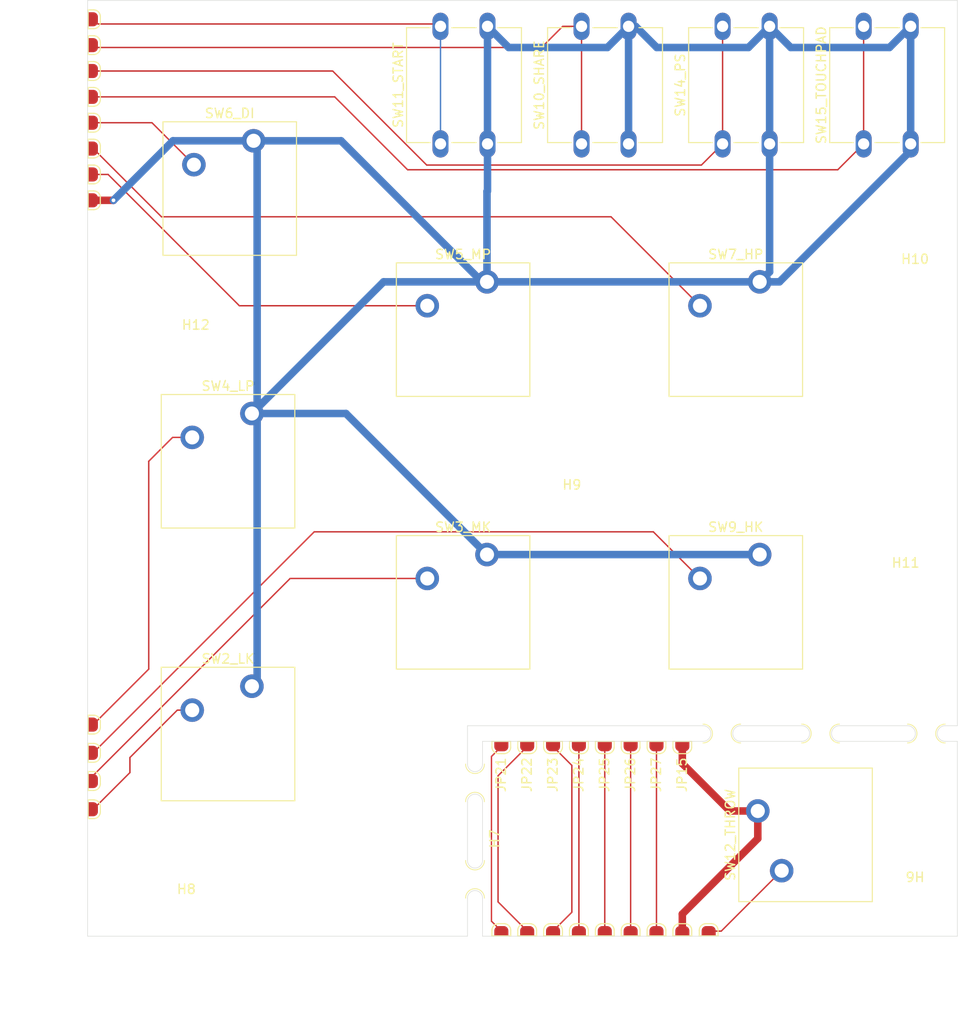
<source format=kicad_pcb>
(kicad_pcb (version 20240108) (generator "pcbnew") (generator_version "8.0")
  (layers (0 "F.Cu" signal) (31 "B.Cu" signal) (34 "B.Paste" user) (35 "F.Paste" user) (36 "B.SilkS" user "B.Silkscreen") (37 "F.SilkS" user "F.Silkscreen") (38 "B.Mask" user) (39 "F.Mask" user) (44 "Edge.Cuts" user))
  (net 0 "")
  (net 1 "GND")
  (net 2 "/Buttons/S2")
  (net 3 "/Buttons/S1")
  (net 4 "/Buttons/A1")
  (net 5 "/Buttons/A2")
  (net 6 "/Buttons/L1")
  (net 7 "/Buttons/R1")
  (net 8 "/Buttons/B4")
  (net 9 "/Buttons/B3")
  (net 10 "/Buttons/R2")
  (net 11 "/Buttons/B2")
  (net 12 "/Buttons/B1")
  (net 13 "/Buttons/L3")
  (net 14 "Net-(JP2-B)")
  (net 15 "Net-(JP22-A)")
  (net 16 "Net-(JP23-A)")
  (net 17 "Net-(JP24-A)")
  (net 18 "Net-(JP25-A)")
  (net 19 "Net-(JP26-A)")
  (net 20 "Net-(JP27-A)")
  (footprint "Fightstick_Library:mouse-bite-2mm-slot" (layer "F.Cu") (at 180.5 117.75)
    (property "Reference" "mouse-bite-2mm-slot" (hide yes))
    (property "Value" "VAL**" (hide yes))
    (pad "" np_thru_hole circle (at -0.75 -0.75) (size 0.5 0.5) (drill 0.5) (layers "F&B.Cu" "*.Mask"))
    (pad "" np_thru_hole circle (at -0.75 0.75) (size 0.5 0.5) (drill 0.5) (layers "F&B.Cu" "*.Mask"))
    (pad "" np_thru_hole circle (at 0 -0.75) (size 0.5 0.5) (drill 0.5) (layers "F&B.Cu" "*.Mask"))
    (pad "" np_thru_hole circle (at 0 0.75) (size 0.5 0.5) (drill 0.5) (layers "F&B.Cu" "*.Mask"))
    (pad "" np_thru_hole circle (at 0.75 -0.75) (size 0.5 0.5) (drill 0.5) (layers "F&B.Cu" "*.Mask"))
    (pad "" np_thru_hole circle (at 0.75 0.75) (size 0.5 0.5) (drill 0.5) (layers "F&B.Cu" "*.Mask"))
  )
  (footprint "PCM_Switch_Keyboard_Cherry_MX:SW_Cherry_MX_PCB" (layer "F.Cu") (at 117.483943 117.8)
    (property "Reference" "SW2_LK" (at 0 -8 0) (layer "F.SilkS"))
    (property "Value" "SW_Push")
    (pad "" np_thru_hole circle (at -5.08 0) (size 1.75 1.75) (drill 1.75) (layers "F&B.Cu" "*.Mask"))
    (pad "" np_thru_hole circle (at 0 0) (size 4 4) (drill 4) (layers "F&B.Cu" "*.Mask"))
    (pad "" np_thru_hole circle (at 5.08 0) (size 1.75 1.75) (drill 1.75) (layers "F&B.Cu" "*.Mask"))
    (pad "1" thru_hole circle (at -3.81 -2.54) (size 2.5 2.5) (drill 1.5) (layers "*.Cu" "*.Mask") (net 12 "/Buttons/B1"))
    (pad "2" thru_hole circle (at 2.54 -5.08) (size 2.5 2.5) (drill 1.5) (layers "*.Cu" "*.Mask") (net 1 "GND"))
  )
  (footprint "Fightstick_Library:EdgeSolderJumper-2_Right_Half" (layer "F.Cu") (at 102.5 44.55)
    (property "Reference" "JP22" (hide yes))
    (property "Value" "SolderJumper_2_Bridged")
    (pad "2" smd custom (at 0.65 0) (size 1 0.5) (layers "F.Cu" "F.Mask") (net 3 "/Buttons/S1") (options (clearance outline) (anchor rect)) (primitives (gr_circle (center 0 0.25) (end 0.5 0.25) (width 0) (fill yes)) (gr_circle (center 0 -0.25) (end 0.5 -0.25) (width 0) (fill yes)) (gr_poly (pts (xy 0 0.75) (xy -0.5 0.75) (xy -0.5 -0.75) (xy 0 -0.75)) (width 0) (fill yes))))
  )
  (footprint "Fightstick_Library:EdgeSolderJumper-2_Right_Half" (layer "F.Cu") (at 102.5 122.8)
    (property "Reference" "JP19" (hide yes))
    (property "Value" "SolderJumper_2_Bridged")
    (pad "2" smd custom (at 0.65 0) (size 1 0.5) (layers "F.Cu" "F.Mask") (net 11 "/Buttons/B2") (options (clearance outline) (anchor rect)) (primitives (gr_circle (center 0 0.25) (end 0.5 0.25) (width 0) (fill yes)) (gr_circle (center 0 -0.25) (end 0.5 -0.25) (width 0) (fill yes)) (gr_poly (pts (xy 0 0.75) (xy -0.5 0.75) (xy -0.5 -0.75) (xy 0 -0.75)) (width 0) (fill yes))))
  )
  (footprint "Fightstick_Library:EdgeSolderJumper-2_Right_Half" (layer "F.Cu") (at 102.5 52.8)
    (property "Reference" "JP25" (hide yes))
    (property "Value" "SolderJumper_2_Bridged")
    (pad "2" smd custom (at 0.65 0) (size 1 0.5) (layers "F.Cu" "F.Mask") (net 6 "/Buttons/L1") (options (clearance outline) (anchor rect)) (primitives (gr_circle (center 0 0.25) (end 0.5 0.25) (width 0) (fill yes)) (gr_circle (center 0 -0.25) (end 0.5 -0.25) (width 0) (fill yes)) (gr_poly (pts (xy 0 0.75) (xy -0.5 0.75) (xy -0.5 -0.75) (xy 0 -0.75)) (width 0) (fill yes))))
  )
  (footprint "Fightstick_Library:EdgeSolderJumper-2_Left_Half" (layer "F.Cu") (at 154.8 118.49 90)
    (property "Reference" "JP24" (at -3.65 -0.03 90) (layer "F.SilkS"))
    (property "Value" "SolderJumper_2_Bridged")
    (pad "1" smd custom (at -0.65 0 90) (size 1 0.5) (layers "F.Cu" "F.Mask") (net 17 "Net-(JP24-A)") (options (clearance outline) (anchor rect)) (primitives (gr_circle (center 0 0.25) (end 0.5 0.25) (width 0) (fill yes)) (gr_circle (center 0 -0.25) (end 0.5 -0.25) (width 0) (fill yes)) (gr_poly (pts (xy 0.5 0.75) (xy 0 0.75) (xy 0 -0.75) (xy 0.5 -0.75)) (width 0) (fill yes))))
  )
  (footprint "Fightstick_Library:mouse-bite-2mm-slot" (layer "F.Cu") (at 170 117.75)
    (property "Reference" "mouse-bite-2mm-slot" (hide yes))
    (property "Value" "VAL**" (hide yes))
    (pad "" np_thru_hole circle (at -0.75 -0.75) (size 0.5 0.5) (drill 0.5) (layers "F&B.Cu" "*.Mask"))
    (pad "" np_thru_hole circle (at -0.75 0.75) (size 0.5 0.5) (drill 0.5) (layers "F&B.Cu" "*.Mask"))
    (pad "" np_thru_hole circle (at 0 -0.75) (size 0.5 0.5) (drill 0.5) (layers "F&B.Cu" "*.Mask"))
    (pad "" np_thru_hole circle (at 0 0.75) (size 0.5 0.5) (drill 0.5) (layers "F&B.Cu" "*.Mask"))
    (pad "" np_thru_hole circle (at 0.75 -0.75) (size 0.5 0.5) (drill 0.5) (layers "F&B.Cu" "*.Mask"))
    (pad "" np_thru_hole circle (at 0.75 0.75) (size 0.5 0.5) (drill 0.5) (layers "F&B.Cu" "*.Mask"))
  )
  (footprint "MountingHole:MountingHole_3.2mm_M3" (layer "F.Cu") (at 150.05 128.94 90)
    (property "Reference" "H7" (at 0 -4.2 90) (layer "F.SilkS"))
    (property "Value" "MountingHole")
    (pad "" np_thru_hole circle (at 0 0 90) (size 3.2 3.2) (drill 3.2) (layers "F&B.Cu" "*.Mask"))
  )
  (footprint "Fightstick_Library:EdgeSolderJumper-2_Right_Half" (layer "F.Cu") (at 102.5 58.3)
    (property "Reference" "JP27" (hide yes))
    (property "Value" "SolderJumper_2_Bridged")
    (pad "2" smd custom (at 0.65 0) (size 1 0.5) (layers "F.Cu" "F.Mask") (net 8 "/Buttons/B4") (options (clearance outline) (anchor rect)) (primitives (gr_circle (center 0 0.25) (end 0.5 0.25) (width 0) (fill yes)) (gr_circle (center 0 -0.25) (end 0.5 -0.25) (width 0) (fill yes)) (gr_poly (pts (xy 0 0.75) (xy -0.5 0.75) (xy -0.5 -0.75) (xy 0 -0.75)) (width 0) (fill yes))))
  )
  (footprint "Fightstick_Library:EdgeSolderJumper-2_Right_Half" (layer "F.Cu") (at 102.5 47.3)
    (property "Reference" "JP23" (hide yes))
    (property "Value" "SolderJumper_2_Bridged")
    (pad "2" smd custom (at 0.65 0) (size 1 0.5) (layers "F.Cu" "F.Mask") (net 4 "/Buttons/A1") (options (clearance outline) (anchor rect)) (primitives (gr_circle (center 0 0.25) (end 0.5 0.25) (width 0) (fill yes)) (gr_circle (center 0 -0.25) (end 0.5 -0.25) (width 0) (fill yes)) (gr_poly (pts (xy 0 0.75) (xy -0.5 0.75) (xy -0.5 -0.75) (xy 0 -0.75)) (width 0) (fill yes))))
  )
  (footprint "Fightstick_Library:EdgeSolderJumper-2_Left_Half" (layer "F.Cu") (at 163.05 118.49 90)
    (property "Reference" "JP27" (at -3.65 -0.03 90) (layer "F.SilkS"))
    (property "Value" "SolderJumper_2_Bridged")
    (pad "1" smd custom (at -0.65 0 90) (size 1 0.5) (layers "F.Cu" "F.Mask") (net 20 "Net-(JP27-A)") (options (clearance outline) (anchor rect)) (primitives (gr_circle (center 0 0.25) (end 0.5 0.25) (width 0) (fill yes)) (gr_circle (center 0 -0.25) (end 0.5 -0.25) (width 0) (fill yes)) (gr_poly (pts (xy 0.5 0.75) (xy 0 0.75) (xy 0 -0.75) (xy 0.5 -0.75)) (width 0) (fill yes))))
  )
  (footprint "Fightstick_Library:EdgeSolderJumper-2_Right_Half" (layer "F.Cu") (at 149.3 139.37 90)
    (property "Reference" "JP3" (hide yes))
    (property "Value" "SolderJumper_2_Bridged")
    (pad "2" smd custom (at 0.65 0 90) (size 1 0.5) (layers "F.Cu" "F.Mask") (net 15 "Net-(JP22-A)") (options (clearance outline) (anchor rect)) (primitives (gr_circle (center 0 0.25) (end 0.5 0.25) (width 0) (fill yes)) (gr_circle (center 0 -0.25) (end 0.5 -0.25) (width 0) (fill yes)) (gr_poly (pts (xy 0 0.75) (xy -0.5 0.75) (xy -0.5 -0.75) (xy 0 -0.75)) (width 0) (fill yes))))
  )
  (footprint "Fightstick_Library:EdgeSolderJumper-2_Right_Half" (layer "F.Cu") (at 152.05 139.37 90)
    (property "Reference" "JP4" (hide yes))
    (property "Value" "SolderJumper_2_Bridged")
    (pad "2" smd custom (at 0.65 0 90) (size 1 0.5) (layers "F.Cu" "F.Mask") (net 16 "Net-(JP23-A)") (options (clearance outline) (anchor rect)) (primitives (gr_circle (center 0 0.25) (end 0.5 0.25) (width 0) (fill yes)) (gr_circle (center 0 -0.25) (end 0.5 -0.25) (width 0) (fill yes)) (gr_poly (pts (xy 0 0.75) (xy -0.5 0.75) (xy -0.5 -0.75) (xy 0 -0.75)) (width 0) (fill yes))))
  )
  (footprint "Fightstick_Library:EdgeSolderJumper-2_Right_Half" (layer "F.Cu") (at 168.6 139.37 90)
    (property "Reference" "JP9" (hide yes))
    (property "Value" "SolderJumper_2_Bridged")
    (pad "2" smd custom (at 0.65 0 90) (size 1 0.5) (layers "F.Cu" "F.Mask") (net 13 "/Buttons/L3") (options (clearance outline) (anchor rect)) (primitives (gr_circle (center 0 0.25) (end 0.5 0.25) (width 0) (fill yes)) (gr_circle (center 0 -0.25) (end 0.5 -0.25) (width 0) (fill yes)) (gr_poly (pts (xy 0 0.75) (xy -0.5 0.75) (xy -0.5 -0.75) (xy 0 -0.75)) (width 0) (fill yes))))
  )
  (footprint "Fightstick_Library:EdgeSolderJumper-2_Left_Half" (layer "F.Cu") (at 149.3 118.49 90)
    (property "Reference" "JP22" (at -3.65 -0.03 90) (layer "F.SilkS"))
    (property "Value" "SolderJumper_2_Bridged")
    (pad "1" smd custom (at -0.65 0 90) (size 1 0.5) (layers "F.Cu" "F.Mask") (net 15 "Net-(JP22-A)") (options (clearance outline) (anchor rect)) (primitives (gr_circle (center 0 0.25) (end 0.5 0.25) (width 0) (fill yes)) (gr_circle (center 0 -0.25) (end 0.5 -0.25) (width 0) (fill yes)) (gr_poly (pts (xy 0.5 0.75) (xy 0 0.75) (xy 0 -0.75) (xy 0.5 -0.75)) (width 0) (fill yes))))
  )
  (footprint "Fightstick_Library:EdgeSolderJumper-2_Right_Half" (layer "F.Cu") (at 160.3 139.37 90)
    (property "Reference" "JP7" (hide yes))
    (property "Value" "SolderJumper_2_Bridged")
    (pad "2" smd custom (at 0.65 0 90) (size 1 0.5) (layers "F.Cu" "F.Mask") (net 19 "Net-(JP26-A)") (options (clearance outline) (anchor rect)) (primitives (gr_circle (center 0 0.25) (end 0.5 0.25) (width 0) (fill yes)) (gr_circle (center 0 -0.25) (end 0.5 -0.25) (width 0) (fill yes)) (gr_poly (pts (xy 0 0.75) (xy -0.5 0.75) (xy -0.5 -0.75) (xy 0 -0.75)) (width 0) (fill yes))))
  )
  (footprint "Fightstick_Library:EdgeSolderJumper-2_Left_Half" (layer "F.Cu") (at 157.55 118.49 90)
    (property "Reference" "JP25" (at -3.65 -0.03 90) (layer "F.SilkS"))
    (property "Value" "SolderJumper_2_Bridged")
    (pad "1" smd custom (at -0.65 0 90) (size 1 0.5) (layers "F.Cu" "F.Mask") (net 18 "Net-(JP25-A)") (options (clearance outline) (anchor rect)) (primitives (gr_circle (center 0 0.25) (end 0.5 0.25) (width 0) (fill yes)) (gr_circle (center 0 -0.25) (end 0.5 -0.25) (width 0) (fill yes)) (gr_poly (pts (xy 0.5 0.75) (xy 0 0.75) (xy 0 -0.75) (xy 0.5 -0.75)) (width 0) (fill yes))))
  )
  (footprint "MountingHole:MountingHole_3.2mm_M3" (layer "F.Cu") (at 118.05 134.3)
    (property "Reference" "H8" (at -5 0 0) (layer "F.SilkS"))
    (property "Value" "MountingHole")
    (pad "" np_thru_hole circle (at 0 0) (size 3.2 3.2) (drill 3.2) (layers "F&B.Cu" "*.Mask"))
  )
  (footprint "Fightstick_Library:EdgeSolderJumper-2_Right_Half" (layer "F.Cu") (at 102.5 41.8)
    (property "Reference" "JP21" (hide yes))
    (property "Value" "SolderJumper_2_Bridged")
    (pad "2" smd custom (at 0.65 0) (size 1 0.5) (layers "F.Cu" "F.Mask") (net 2 "/Buttons/S2") (options (clearance outline) (anchor rect)) (primitives (gr_circle (center 0 0.25) (end 0.5 0.25) (width 0) (fill yes)) (gr_circle (center 0 -0.25) (end 0.5 -0.25) (width 0) (fill yes)) (gr_poly (pts (xy 0 0.75) (xy -0.5 0.75) (xy -0.5 -0.75) (xy 0 -0.75)) (width 0) (fill yes))))
  )
  (footprint "PCM_Switch_Keyboard_Cherry_MX:SW_Cherry_MX_PCB" (layer "F.Cu") (at 142.483943 103.8)
    (property "Reference" "SW3_MK" (at 0 -8 0) (layer "F.SilkS"))
    (property "Value" "SW_Push")
    (pad "" np_thru_hole circle (at -5.08 0) (size 1.75 1.75) (drill 1.75) (layers "F&B.Cu" "*.Mask"))
    (pad "" np_thru_hole circle (at 0 0) (size 4 4) (drill 4) (layers "F&B.Cu" "*.Mask"))
    (pad "" np_thru_hole circle (at 5.08 0) (size 1.75 1.75) (drill 1.75) (layers "F&B.Cu" "*.Mask"))
    (pad "1" thru_hole circle (at -3.81 -2.54) (size 2.5 2.5) (drill 1.5) (layers "*.Cu" "*.Mask") (net 11 "/Buttons/B2"))
    (pad "2" thru_hole circle (at 2.54 -5.08) (size 2.5 2.5) (drill 1.5) (layers "*.Cu" "*.Mask") (net 1 "GND"))
  )
  (footprint "Fightstick_Library:EdgeSolderJumper-2_Right_Half" (layer "F.Cu") (at 102.5 61.05)
    (property "Reference" "JP15" (hide yes))
    (property "Value" "SolderJumper_2_Bridged")
    (pad "2" smd custom (at 0.65 0) (size 1 0.5) (layers "F.Cu" "F.Mask") (net 1 "GND") (options (clearance outline) (anchor rect)) (primitives (gr_circle (center 0 0.25) (end 0.5 0.25) (width 0) (fill yes)) (gr_circle (center 0 -0.25) (end 0.5 -0.25) (width 0) (fill yes)) (gr_poly (pts (xy 0 0.75) (xy -0.5 0.75) (xy -0.5 -0.75) (xy 0 -0.75)) (width 0) (fill yes))))
  )
  (footprint "Fightstick_Library:EdgeSolderJumper-2_Right_Half" (layer "F.Cu") (at 146.55 139.37 90)
    (property "Reference" "JP2" (hide yes))
    (property "Value" "SolderJumper_2_Bridged")
    (pad "2" smd custom (at 0.65 0 90) (size 1 0.5) (layers "F.Cu" "F.Mask") (net 14 "Net-(JP2-B)") (options (clearance outline) (anchor rect)) (primitives (gr_circle (center 0 0.25) (end 0.5 0.25) (width 0) (fill yes)) (gr_circle (center 0 -0.25) (end 0.5 -0.25) (width 0) (fill yes)) (gr_poly (pts (xy 0 0.75) (xy -0.5 0.75) (xy -0.5 -0.75) (xy 0 -0.75)) (width 0) (fill yes))))
  )
  (footprint "MountingHole:MountingHole_3.2mm_M3" (layer "F.Cu") (at 109.05 74.3)
    (property "Reference" "H12" (at 5 0 0) (layer "F.SilkS"))
    (property "Value" "MountingHole")
    (pad "" np_thru_hole circle (at 0 0) (size 3.2 3.2) (drill 3.2) (layers "F&B.Cu" "*.Mask"))
  )
  (footprint "MountingHole:MountingHole_3.2mm_M3" (layer "F.Cu") (at 154.05 86.8)
    (property "Reference" "H9" (at 0 4.5 0) (layer "F.SilkS"))
    (property "Value" "MountingHole")
    (pad "" np_thru_hole circle (at 0 0) (size 3.2 3.2) (drill 3.2) (layers "F&B.Cu" "*.Mask"))
  )
  (footprint "Fightstick_Library:SW_SPST_6x12" (layer "F.Cu") (at 170.08 55.05 90)
    (property "Reference" "SW14_PS" (at 6.25 -4.5 270) (layer "F.SilkS"))
    (property "Value" "SW_Push")
    (pad "1" thru_hole oval (at 0 0 90) (size 2.9 1.7) (drill 1.2) (layers "*.Cu" "*.Mask") (net 4 "/Buttons/A1"))
    (pad "1" thru_hole oval (at 12.5 0 90) (size 2.9 1.7) (drill 1.2) (layers "*.Cu" "*.Mask") (net 4 "/Buttons/A1"))
    (pad "2" thru_hole oval (at 0 5 90) (size 2.9 1.7) (drill 1.2) (layers "*.Cu" "*.Mask") (net 1 "GND"))
    (pad "2" thru_hole oval (at 12.5 5 90) (size 2.9 1.7) (drill 1.2) (layers "*.Cu" "*.Mask") (net 1 "GND"))
  )
  (footprint "Fightstick_Library:EdgeSolderJumper-2_Right_Half" (layer "F.Cu") (at 102.5 125.8)
    (property "Reference" "JP20" (hide yes))
    (property "Value" "SolderJumper_2_Bridged")
    (pad "2" smd custom (at 0.65 0) (size 1 0.5) (layers "F.Cu" "F.Mask") (net 12 "/Buttons/B1") (options (clearance outline) (anchor rect)) (primitives (gr_circle (center 0 0.25) (end 0.5 0.25) (width 0) (fill yes)) (gr_circle (center 0 -0.25) (end 0.5 -0.25) (width 0) (fill yes)) (gr_poly (pts (xy 0 0.75) (xy -0.5 0.75) (xy -0.5 -0.75) (xy 0 -0.75)) (width 0) (fill yes))))
  )
  (footprint "Fightstick_Library:mouse-bite-2mm-slot" (layer "F.Cu") (at 143.75 123 90)
    (property "Reference" "mouse-bite-2mm-slot" (hide yes))
    (property "Value" "VAL**" (hide yes))
    (pad "" np_thru_hole circle (at -0.75 -0.75 90) (size 0.5 0.5) (drill 0.5) (layers "F&B.Cu" "*.Mask"))
    (pad "" np_thru_hole circle (at -0.75 0.75 90) (size 0.5 0.5) (drill 0.5) (layers "F&B.Cu" "*.Mask"))
    (pad "" np_thru_hole circle (at 0 -0.75 90) (size 0.5 0.5) (drill 0.5) (layers "F&B.Cu" "*.Mask"))
    (pad "" np_thru_hole circle (at 0 0.75 90) (size 0.5 0.5) (drill 0.5) (layers "F&B.Cu" "*.Mask"))
    (pad "" np_thru_hole circle (at 0.75 -0.75 90) (size 0.5 0.5) (drill 0.5) (layers "F&B.Cu" "*.Mask"))
    (pad "" np_thru_hole circle (at 0.75 0.75 90) (size 0.5 0.5) (drill 0.5) (layers "F&B.Cu" "*.Mask"))
  )
  (footprint "Fightstick_Library:EdgeSolderJumper-2_Right_Half" (layer "F.Cu") (at 102.5 50.05)
    (property "Reference" "JP24" (hide yes))
    (property "Value" "SolderJumper_2_Bridged")
    (pad "2" smd custom (at 0.65 0) (size 1 0.5) (layers "F.Cu" "F.Mask") (net 5 "/Buttons/A2") (options (clearance outline) (anchor rect)) (primitives (gr_circle (center 0 0.25) (end 0.5 0.25) (width 0) (fill yes)) (gr_circle (center 0 -0.25) (end 0.5 -0.25) (width 0) (fill yes)) (gr_poly (pts (xy 0 0.75) (xy -0.5 0.75) (xy -0.5 -0.75) (xy 0 -0.75)) (width 0) (fill yes))))
  )
  (footprint "Fightstick_Library:EdgeSolderJumper-2_Left_Half" (layer "F.Cu") (at 165.8 118.49 90)
    (property "Reference" "JP15" (at -3.65 -0.03 90) (layer "F.SilkS"))
    (property "Value" "SolderJumper_2_Bridged")
    (pad "1" smd custom (at -0.65 0 90) (size 1 0.5) (layers "F.Cu" "F.Mask") (net 1 "GND") (options (clearance outline) (anchor rect)) (primitives (gr_circle (center 0 0.25) (end 0.5 0.25) (width 0) (fill yes)) (gr_circle (center 0 -0.25) (end 0.5 -0.25) (width 0) (fill yes)) (gr_poly (pts (xy 0.5 0.75) (xy 0 0.75) (xy 0 -0.75) (xy 0.5 -0.75)) (width 0) (fill yes))))
  )
  (footprint "Fightstick_Library:EdgeSolderJumper-2_Right_Half" (layer "F.Cu") (at 102.5 55.55)
    (property "Reference" "JP26" (hide yes))
    (property "Value" "SolderJumper_2_Bridged")
    (pad "2" smd custom (at 0.65 0) (size 1 0.5) (layers "F.Cu" "F.Mask") (net 7 "/Buttons/R1") (options (clearance outline) (anchor rect)) (primitives (gr_circle (center 0 0.25) (end 0.5 0.25) (width 0) (fill yes)) (gr_circle (center 0 -0.25) (end 0.5 -0.25) (width 0) (fill yes)) (gr_poly (pts (xy 0 0.75) (xy -0.5 0.75) (xy -0.5 -0.75) (xy 0 -0.75)) (width 0) (fill yes))))
  )
  (footprint "PCM_Switch_Keyboard_Cherry_MX:SW_Cherry_MX_PCB" (layer "F.Cu") (at 117.483943 88.8)
    (property "Reference" "SW4_LP" (at 0 -8 0) (layer "F.SilkS"))
    (property "Value" "SW_Push")
    (pad "" np_thru_hole circle (at -5.08 0) (size 1.75 1.75) (drill 1.75) (layers "F&B.Cu" "*.Mask"))
    (pad "" np_thru_hole circle (at 0 0) (size 4 4) (drill 4) (layers "F&B.Cu" "*.Mask"))
    (pad "" np_thru_hole circle (at 5.08 0) (size 1.75 1.75) (drill 1.75) (layers "F&B.Cu" "*.Mask"))
    (pad "1" thru_hole circle (at -3.81 -2.54) (size 2.5 2.5) (drill 1.5) (layers "*.Cu" "*.Mask") (net 9 "/Buttons/B3"))
    (pad "2" thru_hole circle (at 2.54 -5.08) (size 2.5 2.5) (drill 1.5) (layers "*.Cu" "*.Mask") (net 1 "GND"))
  )
  (footprint "Fightstick_Library:SW_SPST_6x12" (layer "F.Cu") (at 140.08 55.05 90)
    (property "Reference" "SW11_START" (at 6.25 -4.5 270) (layer "F.SilkS"))
    (property "Value" "SW_Push")
    (pad "1" thru_hole oval (at 0 0 90) (size 2.9 1.7) (drill 1.2) (layers "*.Cu" "*.Mask") (net 2 "/Buttons/S2"))
    (pad "1" thru_hole oval (at 12.5 0 90) (size 2.9 1.7) (drill 1.2) (layers "*.Cu" "*.Mask") (net 2 "/Buttons/S2"))
    (pad "2" thru_hole oval (at 0 5 90) (size 2.9 1.7) (drill 1.2) (layers "*.Cu" "*.Mask") (net 1 "GND"))
    (pad "2" thru_hole oval (at 12.5 5 90) (size 2.9 1.7) (drill 1.2) (layers "*.Cu" "*.Mask") (net 1 "GND"))
  )
  (footprint "PCM_Switch_Keyboard_Cherry_MX:SW_Cherry_MX_PCB" (layer "F.Cu") (at 171.483943 103.8)
    (property "Reference" "SW9_HK" (at 0 -8 0) (layer "F.SilkS"))
    (property "Value" "SW_Push")
    (pad "" np_thru_hole circle (at -5.08 0) (size 1.75 1.75) (drill 1.75) (layers "F&B.Cu" "*.Mask"))
    (pad "" np_thru_hole circle (at 0 0) (size 4 4) (drill 4) (layers "F&B.Cu" "*.Mask"))
    (pad "" np_thru_hole circle (at 5.08 0) (size 1.75 1.75) (drill 1.75) (layers "F&B.Cu" "*.Mask"))
    (pad "1" thru_hole circle (at -3.81 -2.54) (size 2.5 2.5) (drill 1.5) (layers "*.Cu" "*.Mask") (net 10 "/Buttons/R2"))
    (pad "2" thru_hole circle (at 2.54 -5.08) (size 2.5 2.5) (drill 1.5) (layers "*.Cu" "*.Mask") (net 1 "GND"))
  )
  (footprint "MountingHole:MountingHole_3.2mm_M3" (layer "F.Cu") (at 190.55 62.8)
    (property "Reference" "H10" (at 0 4.5 0) (layer "F.SilkS"))
    (property "Value" "MountingHole")
    (pad "" np_thru_hole circle (at 0 0) (size 3.2 3.2) (drill 3.2) (layers "F&B.Cu" "*.Mask"))
  )
  (footprint "Fightstick_Library:EdgeSolderJumper-2_Right_Half" (layer "F.Cu") (at 154.8 139.37 90)
    (property "Reference" "JP5" (hide yes))
    (property "Value" "SolderJumper_2_Bridged")
    (pad "2" smd custom (at 0.65 0 90) (size 1 0.5) (layers "F.Cu" "F.Mask") (net 17 "Net-(JP24-A)") (options (clearance outline) (anchor rect)) (primitives (gr_circle (center 0 0.25) (end 0.5 0.25) (width 0) (fill yes)) (gr_circle (center 0 -0.25) (end 0.5 -0.25) (width 0) (fill yes)) (gr_poly (pts (xy 0 0.75) (xy -0.5 0.75) (xy -0.5 -0.75) (xy 0 -0.75)) (width 0) (fill yes))))
  )
  (footprint "PCM_Switch_Keyboard_Cherry_MX:SW_Cherry_MX_PCB" (layer "F.Cu") (at 142.483943 74.8)
    (property "Reference" "SW5_MP" (at 0 -8 0) (layer "F.SilkS"))
    (property "Value" "SW_Push")
    (pad "" np_thru_hole circle (at -5.08 0) (size 1.75 1.75) (drill 1.75) (layers "F&B.Cu" "*.Mask"))
    (pad "" np_thru_hole circle (at 0 0) (size 4 4) (drill 4) (layers "F&B.Cu" "*.Mask"))
    (pad "" np_thru_hole circle (at 5.08 0) (size 1.75 1.75) (drill 1.75) (layers "F&B.Cu" "*.Mask"))
    (pad "1" thru_hole circle (at -3.81 -2.54) (size 2.5 2.5) (drill 1.5) (layers "*.Cu" "*.Mask") (net 8 "/Buttons/B4"))
    (pad "2" thru_hole circle (at 2.54 -5.08) (size 2.5 2.5) (drill 1.5) (layers "*.Cu" "*.Mask") (net 1 "GND"))
  )
  (footprint "Fightstick_Library:EdgeSolderJumper-2_Right_Half" (layer "F.Cu") (at 163.05 139.37 90)
    (property "Reference" "JP8" (hide yes))
    (property "Value" "SolderJumper_2_Bridged")
    (pad "2" smd custom (at 0.65 0 90) (size 1 0.5) (layers "F.Cu" "F.Mask") (net 20 "Net-(JP27-A)") (options (clearance outline) (anchor rect)) (primitives (gr_circle (center 0 0.25) (end 0.5 0.25) (width 0) (fill yes)) (gr_circle (center 0 -0.25) (end 0.5 -0.25) (width 0) (fill yes)) (gr_poly (pts (xy 0 0.75) (xy -0.5 0.75) (xy -0.5 -0.75) (xy 0 -0.75)) (width 0) (fill yes))))
  )
  (footprint "MountingHole:MountingHole_3.2mm_M3" (layer "F.Cu") (at 190.55 128.44 90)
    (property "Reference" "H6" (at -4.5 0 180) (layer "F.SilkS"))
    (property "Value" "MountingHole")
    (pad "" np_thru_hole circle (at 0 0 90) (size 3.2 3.2) (drill 3.2) (layers "F&B.Cu" "*.Mask"))
  )
  (footprint "PCM_Switch_Keyboard_Cherry_MX:SW_Cherry_MX_PCB" (layer "F.Cu") (at 171.483943 74.8)
    (property "Reference" "SW7_HP" (at 0 -8 0) (layer "F.SilkS"))
    (property "Value" "SW_Push")
    (pad "" np_thru_hole circle (at -5.08 0) (size 1.75 1.75) (drill 1.75) (layers "F&B.Cu" "*.Mask"))
    (pad "" np_thru_hole circle (at 0 0) (size 4 4) (drill 4) (layers "F&B.Cu" "*.Mask"))
    (pad "" np_thru_hole circle (at 5.08 0) (size 1.75 1.75) (drill 1.75) (layers "F&B.Cu" "*.Mask"))
    (pad "1" thru_hole circle (at -3.81 -2.54) (size 2.5 2.5) (drill 1.5) (layers "*.Cu" "*.Mask") (net 7 "/Buttons/R1"))
    (pad "2" thru_hole circle (at 2.54 -5.08) (size 2.5 2.5) (drill 1.5) (layers "*.Cu" "*.Mask") (net 1 "GND"))
  )
  (footprint "Fightstick_Library:EdgeSolderJumper-2_Right_Half" (layer "F.Cu") (at 157.55 139.37 90)
    (property "Reference" "JP6" (hide yes))
    (property "Value" "SolderJumper_2_Bridged")
    (pad "2" smd custom (at 0.65 0 90) (size 1 0.5) (layers "F.Cu" "F.Mask") (net 18 "Net-(JP25-A)") (options (clearance outline) (anchor rect)) (primitives (gr_circle (center 0 0.25) (end 0.5 0.25) (width 0) (fill yes)) (gr_circle (center 0 -0.25) (end 0.5 -0.25) (width 0) (fill yes)) (gr_poly (pts (xy 0 0.75) (xy -0.5 0.75) (xy -0.5 -0.75) (xy 0 -0.75)) (width 0) (fill yes))))
  )
  (footprint "Fightstick_Library:EdgeSolderJumper-2_Left_Half" (layer "F.Cu") (at 152.05 118.49 90)
    (property "Reference" "JP23" (at -3.65 -0.03 90) (layer "F.SilkS"))
    (property "Value" "SolderJumper_2_Bridged")
    (pad "1" smd custom (at -0.65 0 90) (size 1 0.5) (layers "F.Cu" "F.Mask") (net 16 "Net-(JP23-A)") (options (clearance outline) (anchor rect)) (primitives (gr_circle (center 0 0.25) (end 0.5 0.25) (width 0) (fill yes)) (gr_circle (center 0 -0.25) (end 0.5 -0.25) (width 0) (fill yes)) (gr_poly (pts (xy 0.5 0.75) (xy 0 0.75) (xy 0 -0.75) (xy 0.5 -0.75)) (width 0) (fill yes))))
  )
  (footprint "MountingHole:MountingHole_3.2mm_M3" (layer "F.Cu") (at 189.55 103.8)
    (property "Reference" "H11" (at 0 -4.2 0) (layer "F.SilkS"))
    (property "Value" "MountingHole")
    (pad "" np_thru_hole circle (at 0 0) (size 3.2 3.2) (drill 3.2) (layers "F&B.Cu" "*.Mask"))
  )
  (footprint "Fightstick_Library:EdgeSolderJumper-2_Right_Half" (layer "F.Cu") (at 102.5 119.8)
    (property "Reference" "JP18" (hide yes))
    (property "Value" "SolderJumper_2_Bridged")
    (pad "2" smd custom (at 0.65 0) (size 1 0.5) (layers "F.Cu" "F.Mask") (net 10 "/Buttons/R2") (options (clearance outline) (anchor rect)) (primitives (gr_circle (center 0 0.25) (end 0.5 0.25) (width 0) (fill yes)) (gr_circle (center 0 -0.25) (end 0.5 -0.25) (width 0) (fill yes)) (gr_poly (pts (xy 0 0.75) (xy -0.5 0.75) (xy -0.5 -0.75) (xy 0 -0.75)) (width 0) (fill yes))))
  )
  (footprint "Fightstick_Library:EdgeSolderJumper-2_Right_Half" (layer "F.Cu") (at 102.5 116.8)
    (property "Reference" "JP17" (hide yes))
    (property "Value" "SolderJumper_2_Bridged")
    (pad "2" smd custom (at 0.65 0) (size 1 0.5) (layers "F.Cu" "F.Mask") (net 9 "/Buttons/B3") (options (clearance outline) (anchor rect)) (primitives (gr_circle (center 0 0.25) (end 0.5 0.25) (width 0) (fill yes)) (gr_circle (center 0 -0.25) (end 0.5 -0.25) (width 0) (fill yes)) (gr_poly (pts (xy 0 0.75) (xy -0.5 0.75) (xy -0.5 -0.75) (xy 0 -0.75)) (width 0) (fill yes))))
  )
  (footprint "Fightstick_Library:mouse-bite-2mm-slot" (layer "F.Cu") (at 143.75 133.25 90)
    (property "Reference" "mouse-bite-2mm-slot" (hide yes))
    (property "Value" "VAL**" (hide yes))
    (pad "" np_thru_hole circle (at -0.75 -0.75 90) (size 0.5 0.5) (drill 0.5) (layers "F&B.Cu" "*.Mask"))
    (pad "" np_thru_hole circle (at -0.75 0.75 90) (size 0.5 0.5) (drill 0.5) (layers "F&B.Cu" "*.Mask"))
    (pad "" np_thru_hole circle (at 0 -0.75 90) (size 0.5 0.5) (drill 0.5) (layers "F&B.Cu" "*.Mask"))
    (pad "" np_thru_hole circle (at 0 0.75 90) (size 0.5 0.5) (drill 0.5) (layers "F&B.Cu" "*.Mask"))
    (pad "" np_thru_hole circle (at 0.75 -0.75 90) (size 0.5 0.5) (drill 0.5) (layers "F&B.Cu" "*.Mask"))
    (pad "" np_thru_hole circle (at 0.75 0.75 90) (size 0.5 0.5) (drill 0.5) (layers "F&B.Cu" "*.Mask"))
  )
  (footprint "Fightstick_Library:EdgeSolderJumper-2_Left_Half" (layer "F.Cu") (at 160.3 118.49 90)
    (property "Reference" "JP26" (at -3.65 -0.03 90) (layer "F.SilkS"))
    (property "Value" "SolderJumper_2_Bridged")
    (pad "1" smd custom (at -0.65 0 90) (size 1 0.5) (layers "F.Cu" "F.Mask") (net 19 "Net-(JP26-A)") (options (clearance outline) (anchor rect)) (primitives (gr_circle (center 0 0.25) (end 0.5 0.25) (width 0) (fill yes)) (gr_circle (center 0 -0.25) (end 0.5 -0.25) (width 0) (fill yes)) (gr_poly (pts (xy 0.5 0.75) (xy 0 0.75) (xy 0 -0.75) (xy 0.5 -0.75)) (width 0) (fill yes))))
  )
  (footprint "Fightstick_Library:SW_SPST_6x12" (layer "F.Cu") (at 185.08 55.05 90)
    (property "Reference" "SW15_TOUCHPAD" (at 6.25 -4.5 270) (layer "F.SilkS"))
    (property "Value" "SW_Push")
    (pad "1" thru_hole oval (at 0 0 90) (size 2.9 1.7) (drill 1.2) (layers "*.Cu" "*.Mask") (net 5 "/Buttons/A2"))
    (pad "1" thru_hole oval (at 12.5 0 90) (size 2.9 1.7) (drill 1.2) (layers "*.Cu" "*.Mask") (net 5 "/Buttons/A2"))
    (pad "2" thru_hole oval (at 0 5 90) (size 2.9 1.7) (drill 1.2) (layers "*.Cu" "*.Mask") (net 1 "GND"))
    (pad "2" thru_hole oval (at 12.5 5 90) (size 2.9 1.7) (drill 1.2) (layers "*.Cu" "*.Mask") (net 1 "GND"))
  )
  (footprint "Fightstick_Library:EdgeSolderJumper-2_Left_Half" (layer "F.Cu") (at 146.55 118.49 90)
    (property "Reference" "JP21" (at -3.65 -0.03 90) (layer "F.SilkS"))
    (property "Value" "SolderJumper_2_Bridged")
    (pad "1" smd custom (at -0.65 0 90) (size 1 0.5) (layers "F.Cu" "F.Mask") (net 14 "Net-(JP2-B)") (options (clearance outline) (anchor rect)) (primitives (gr_circle (center 0 0.25) (end 0.5 0.25) (width 0) (fill yes)) (gr_circle (center 0 -0.25) (end 0.5 -0.25) (width 0) (fill yes)) (gr_poly (pts (xy 0.5 0.75) (xy 0 0.75) (xy 0 -0.75) (xy 0.5 -0.75)) (width 0) (fill yes))))
  )
  (footprint "PCM_Switch_Keyboard_Cherry_MX:SW_Cherry_MX_PCB" (layer "F.Cu") (at 178.904124 128.524094 90)
    (property "Reference" "SW12_THROW" (at 0 -8 90) (layer "F.SilkS"))
    (property "Value" "SW_Push")
    (pad "" np_thru_hole circle (at -5.08 0 90) (size 1.75 1.75) (drill 1.75) (layers "F&B.Cu" "*.Mask"))
    (pad "" np_thru_hole circle (at 0 0 90) (size 4 4) (drill 4) (layers "F&B.Cu" "*.Mask"))
    (pad "" np_thru_hole circle (at 5.08 0 90) (size 1.75 1.75) (drill 1.75) (layers "F&B.Cu" "*.Mask"))
    (pad "1" thru_hole circle (at -3.81 -2.54 90) (size 2.5 2.5) (drill 1.5) (layers "*.Cu" "*.Mask") (net 13 "/Buttons/L3"))
    (pad "2" thru_hole circle (at 2.54 -5.08 90) (size 2.5 2.5) (drill 1.5) (layers "*.Cu" "*.Mask") (net 1 "GND"))
  )
  (footprint "PCM_Switch_Keyboard_Cherry_MX:SW_Cherry_MX_PCB" (layer "F.Cu") (at 117.664257 59.800561)
    (property "Reference" "SW6_DI" (at 0 -8 0) (layer "F.SilkS"))
    (property "Value" "SW_Push")
    (pad "" np_thru_hole circle (at -5.08 0) (size 1.75 1.75) (drill 1.75) (layers "F&B.Cu" "*.Mask"))
    (pad "" np_thru_hole circle (at 0 0) (size 4 4) (drill 4) (layers "F&B.Cu" "*.Mask"))
    (pad "" np_thru_hole circle (at 5.08 0) (size 1.75 1.75) (drill 1.75) (layers "F&B.Cu" "*.Mask"))
    (pad "1" thru_hole circle (at -3.81 -2.54) (size 2.5 2.5) (drill 1.5) (layers "*.Cu" "*.Mask") (net 6 "/Buttons/L1"))
    (pad "2" thru_hole circle (at 2.54 -5.08) (size 2.5 2.5) (drill 1.5) (layers "*.Cu" "*.Mask") (net 1 "GND"))
  )
  (footprint "Fightstick_Library:EdgeSolderJumper-2_Right_Half" (layer "F.Cu") (at 165.8 139.37 90)
    (property "Reference" "JP1" (hide yes))
    (property "Value" "SolderJumper_2_Bridged")
    (pad "2" smd custom (at 0.65 0 90) (size 1 0.5) (layers "F.Cu" "F.Mask") (net 1 "GND") (options (clearance outline) (anchor rect)) (primitives (gr_circle (center 0 0.25) (end 0.5 0.25) (width 0) (fill yes)) (gr_circle (center 0 -0.25) (end 0.5 -0.25) (width 0) (fill yes)) (gr_poly (pts (xy 0 0.75) (xy -0.5 0.75) (xy -0.5 -0.75) (xy 0 -0.75)) (width 0) (fill yes))))
  )
  (footprint "Fightstick_Library:SW_SPST_6x12" (layer "F.Cu") (at 155.08 55.05 90)
    (property "Reference" "SW10_SHARE" (at 6.25 -4.5 270) (layer "F.SilkS"))
    (property "Value" "SW_Push")
    (pad "1" thru_hole oval (at 0 0 90) (size 2.9 1.7) (drill 1.2) (layers "*.Cu" "*.Mask") (net 3 "/Buttons/S1"))
    (pad "1" thru_hole oval (at 12.5 0 90) (size 2.9 1.7) (drill 1.2) (layers "*.Cu" "*.Mask") (net 3 "/Buttons/S1"))
    (pad "2" thru_hole oval (at 0 5 90) (size 2.9 1.7) (drill 1.2) (layers "*.Cu" "*.Mask") (net 1 "GND"))
    (pad "2" thru_hole oval (at 12.5 5 90) (size 2.9 1.7) (drill 1.2) (layers "*.Cu" "*.Mask") (net 1 "GND"))
  )
  (footprint "Fightstick_Library:mouse-bite-2mm-slot" (layer "F.Cu") (at 191.75 117.75)
    (property "Reference" "mouse-bite-2mm-slot" (hide yes))
    (property "Value" "VAL**" (hide yes))
    (pad "" np_thru_hole circle (at -0.75 -0.75) (size 0.5 0.5) (drill 0.5) (layers "*.Cu" "*.Mask"))
    (pad "" np_thru_hole circle (at -0.75 0.75) (size 0.5 0.5) (drill 0.5) (layers "*.Cu" "*.Mask"))
    (pad "" np_thru_hole circle (at 0 -0.75) (size 0.5 0.5) (drill 0.5) (layers "*.Cu" "*.Mask"))
    (pad "" np_thru_hole circle (at 0 0.75) (size 0.5 0.5) (drill 0.5) (layers "*.Cu" "*.Mask"))
    (pad "" np_thru_hole circle (at 0.75 -0.75) (size 0.5 0.5) (drill 0.5) (layers "*.Cu" "*.Mask"))
    (pad "" np_thru_hole circle (at 0.75 0.75) (size 0.5 0.5) (drill 0.5) (layers "*.Cu" "*.Mask"))
  )
  (gr_arc (start 182.5 118.58) (mid 181.67 117.75) (end 182.5 116.92) (stroke (width 0.05)) (layer "Edge.Cuts"))
  (gr_line (start 142.95 135.25) (end 142.95 139.3) (stroke (width 0.05)) (layer "Edge.Cuts"))
  (gr_arc (start 144.55 121) (mid 143.75 121.8) (end 142.95 121) (stroke (width 0.05)) (layer "Edge.Cuts"))
  (gr_arc (start 168 116.92) (mid 168.83 117.75) (end 168 118.58) (stroke (width 0.05)) (layer "Edge.Cuts"))
  (gr_line (start 168 118.58) (end 144.55 118.58) (stroke (width 0.05)) (layer "Edge.Cuts"))
  (gr_line (start 144.55 139.3) (end 144.55 135.25) (stroke (width 0.05)) (layer "Edge.Cuts"))
  (gr_line (start 144.55 121) (end 144.55 118.58) (stroke (width 0.05)) (layer "Edge.Cuts"))
  (gr_line (start 195.05 139.3) (end 144.55 139.3) (stroke (width 0.05)) (layer "Edge.Cuts"))
  (gr_line (start 102.55 139.3) (end 142.95 139.3) (stroke (width 0.05)) (layer "Edge.Cuts"))
  (gr_line (start 172 116.92) (end 178.5 116.92) (stroke (width 0.05)) (layer "Edge.Cuts"))
  (gr_line (start 195.05 116.92) (end 195.05 39.8) (stroke (width 0.05)) (layer "Edge.Cuts"))
  (gr_line (start 193.75 116.92) (end 195.05 116.92) (stroke (width 0.05)) (layer "Edge.Cuts"))
  (gr_arc (start 142.95 125) (mid 143.75 124.2) (end 144.55 125) (stroke (width 0.05)) (layer "Edge.Cuts"))
  (gr_line (start 168 116.92) (end 142.95 116.92) (stroke (width 0.05)) (layer "Edge.Cuts"))
  (gr_line (start 182.5 116.92) (end 189.75 116.92) (stroke (width 0.05)) (layer "Edge.Cuts"))
  (gr_line (start 189.75 118.58) (end 182.5 118.58) (stroke (width 0.05)) (layer "Edge.Cuts"))
  (gr_arc (start 178.5 116.92) (mid 179.33 117.75) (end 178.5 118.58) (stroke (width 0.05)) (layer "Edge.Cuts"))
  (gr_line (start 142.95 121) (end 142.95 116.92) (stroke (width 0.05)) (layer "Edge.Cuts"))
  (gr_arc (start 172 118.58) (mid 171.17 117.75) (end 172 116.92) (stroke (width 0.05)) (layer "Edge.Cuts"))
  (gr_line (start 195.05 39.8) (end 102.55 39.8) (stroke (width 0.05)) (layer "Edge.Cuts"))
  (gr_arc (start 142.95 135.25) (mid 143.75 134.45) (end 144.55 135.25) (stroke (width 0.05)) (layer "Edge.Cuts"))
  (gr_line (start 142.95 125) (end 142.95 131.25) (stroke (width 0.05)) (layer "Edge.Cuts"))
  (gr_arc (start 189.75 116.92) (mid 190.58 117.75) (end 189.75 118.58) (stroke (width 0.05)) (layer "Edge.Cuts"))
  (gr_line (start 144.55 131.25) (end 144.55 125) (stroke (width 0.05)) (layer "Edge.Cuts"))
  (gr_arc (start 193.75 118.58) (mid 192.92 117.75) (end 193.75 116.92) (stroke (width 0.05)) (layer "Edge.Cuts"))
  (gr_line (start 102.55 39.8) (end 102.55 139.3) (stroke (width 0.05)) (layer "Edge.Cuts"))
  (gr_line (start 193.75 118.58) (end 195.05 118.58) (stroke (width 0.05)) (layer "Edge.Cuts"))
  (gr_arc (start 144.55 131.25) (mid 143.75 132.05) (end 142.95 131.25) (stroke (width 0.05)) (layer "Edge.Cuts"))
  (gr_line (start 195.05 118.58) (end 195.05 139.3) (stroke (width 0.05)) (layer "Edge.Cuts"))
  (gr_line (start 178.5 118.58) (end 172 118.58) (stroke (width 0.05)) (layer "Edge.Cuts"))
  (segment (start 173.824124 125.984094) (end 173.824124 128.915876) (width 0.8) (layer "F.Cu") (net 1))
  (segment (start 165.8 136.94) (end 165.8 138.72) (width 0.8) (layer "F.Cu") (net 1))
  (segment (start 105.3 61.05) (end 103.15 61.05) (width 0.8) (layer "F.Cu") (net 1))
  (segment (start 173.824124 125.984094) (end 170.844094 125.984094) (width 0.8) (layer "F.Cu") (net 1))
  (segment (start 165.8 120.94) (end 165.8 119.14) (width 0.8) (layer "F.Cu") (net 1))
  (segment (start 170.844094 125.984094) (end 165.8 120.94) (width 0.8) (layer "F.Cu") (net 1))
  (segment (start 173.824124 128.915876) (end 165.8 136.94) (width 0.8) (layer "F.Cu") (net 1))
  (via (at 105.3 61.05) (size 0.8) (drill 0.4) (layers "F.Cu" "B.Cu") (net 1))
  (segment (start 120.204257 54.720561) (end 120.183696 54.7) (width 0.8) (layer "B.Cu") (net 1))
  (segment (start 187.83 44.8) (end 190.08 42.55) (width 0.8) (layer "B.Cu") (net 1))
  (segment (start 120.58 112.163943) (end 120.023943 112.72) (width 0.8) (layer "B.Cu") (net 1))
  (segment (start 172.83 44.8) (end 175.08 42.55) (width 0.8) (layer "B.Cu") (net 1))
  (segment (start 120.204257 54.720561) (end 129.500561 54.720561) (width 0.8) (layer "B.Cu") (net 1))
  (segment (start 177.33 44.8) (end 187.83 44.8) (width 0.8) (layer "B.Cu") (net 1))
  (segment (start 111.629439 54.720561) (end 105.3 61.05) (width 0.8) (layer "B.Cu") (net 1))
  (segment (start 160.83 42.55) (end 163.08 44.8) (width 0.8) (layer "B.Cu") (net 1))
  (segment (start 163.08 44.8) (end 172.83 44.8) (width 0.8) (layer "B.Cu") (net 1))
  (segment (start 190.08 55.77) (end 176.13 69.72) (width 0.8) (layer "B.Cu") (net 1))
  (segment (start 120.023943 83.72) (end 120.58 84.276057) (width 0.8) (layer "B.Cu") (net 1))
  (segment (start 190.08 42.55) (end 190.08 55.77) (width 0.8) (layer "B.Cu") (net 1))
  (segment (start 175.08 42.55) (end 177.33 44.8) (width 0.8) (layer "B.Cu") (net 1))
  (segment (start 145.023943 69.72) (end 134.023943 69.72) (width 0.8) (layer "B.Cu") (net 1))
  (segment (start 144.5 69.72) (end 145.023943 69.72) (width 0.8) (layer "B.Cu") (net 1))
  (segment (start 145.08 55.05) (end 145.08 60.05) (width 0.8) (layer "B.Cu") (net 1))
  (segment (start 176.13 69.72) (end 174.023943 69.72) (width 0.8) (layer "B.Cu") (net 1))
  (segment (start 147.33 44.8) (end 157.83 44.8) (width 0.8) (layer "B.Cu") (net 1))
  (segment (start 120.58 83.163943) (end 120.58 55.096304) (width 0.8) (layer "B.Cu") (net 1))
  (segment (start 157.83 44.8) (end 160.08 42.55) (width 0.8) (layer "B.Cu") (net 1))
  (segment (start 160.08 42.55) (end 160.08 55.05) (width 0.8) (layer "B.Cu") (net 1))
  (segment (start 160.08 42.55) (end 160.83 42.55) (width 0.8) (layer "B.Cu") (net 1))
  (segment (start 120.58 84.276057) (end 120.58 112.163943) (width 0.8) (layer "B.Cu") (net 1))
  (segment (start 145.023943 98.72) (end 174.023943 98.72) (width 0.8) (layer "B.Cu") (net 1))
  (segment (start 134.023943 69.72) (end 120.023943 83.72) (width 0.8) (layer "B.Cu") (net 1))
  (segment (start 120.204257 54.720561) (end 111.629439 54.720561) (width 0.8) (layer "B.Cu") (net 1))
  (segment (start 120.023943 83.72) (end 120.58 83.163943) (width 0.8) (layer "B.Cu") (net 1))
  (segment (start 145.08 42.55) (end 145.08 55.05) (width 0.8) (layer "B.Cu") (net 1))
  (segment (start 120.58 55.096304) (end 120.204257 54.720561) (width 0.8) (layer "B.Cu") (net 1))
  (segment (start 145.023943 69.72) (end 174.023943 69.72) (width 0.8) (layer "B.Cu") (net 1))
  (segment (start 175.08 68.663943) (end 175.08 42.55) (width 0.8) (layer "B.Cu") (net 1))
  (segment (start 120.023943 83.72) (end 130.023943 83.72) (width 0.8) (layer "B.Cu") (net 1))
  (segment (start 174.023943 69.72) (end 175.08 68.663943) (width 0.8) (layer "B.Cu") (net 1))
  (segment (start 145.08 60.05) (end 145.023943 60.106057) (width 0.8) (layer "B.Cu") (net 1))
  (segment (start 129.500561 54.720561) (end 144.5 69.72) (width 0.8) (layer "B.Cu") (net 1))
  (segment (start 130.023943 83.72) (end 145.023943 98.72) (width 0.8) (layer "B.Cu") (net 1))
  (segment (start 145.023943 69.72) (end 145.023943 60.106057) (width 0.8) (layer "B.Cu") (net 1))
  (segment (start 145.08 42.55) (end 147.33 44.8) (width 0.8) (layer "B.Cu") (net 1))
  (segment (start 103.65 42.3) (end 139.83 42.3) (width 0.15) (layer "F.Cu") (net 2))
  (segment (start 103.15 41.8) (end 103.65 42.3) (width 0.15) (layer "F.Cu") (net 2))
  (segment (start 139.83 42.3) (end 140.08 42.55) (width 0.15) (layer "F.Cu") (net 2))
  (segment (start 140.08 42.55) (end 140.08 55.05) (width 0.15) (layer "B.Cu") (net 2))
  (segment (start 150.83 44.8) (end 153.08 42.55) (width 0.15) (layer "F.Cu") (net 3))
  (segment (start 153.08 42.55) (end 155.08 42.55) (width 0.15) (layer "F.Cu") (net 3))
  (segment (start 103.15 44.55) (end 103.4 44.8) (width 0.15) (layer "F.Cu") (net 3))
  (segment (start 155.08 42.55) (end 155.08 55.05) (width 0.15) (layer "F.Cu") (net 3))
  (segment (start 103.4 44.8) (end 150.83 44.8) (width 0.15) (layer "F.Cu") (net 3))
  (segment (start 128.609505 47.3) (end 138.609505 57.3) (width 0.15) (layer "F.Cu") (net 4))
  (segment (start 167.83 57.3) (end 170.08 55.05) (width 0.15) (layer "F.Cu") (net 4))
  (segment (start 170.08 42.55) (end 170.08 55.05) (width 0.15) (layer "F.Cu") (net 4))
  (segment (start 138.609505 57.3) (end 167.83 57.3) (width 0.15) (layer "F.Cu") (net 4))
  (segment (start 103.15 47.3) (end 128.609505 47.3) (width 0.15) (layer "F.Cu") (net 4))
  (segment (start 136.58 57.8) (end 182.33 57.8) (width 0.15) (layer "F.Cu") (net 5))
  (segment (start 182.33 57.8) (end 185.08 55.05) (width 0.15) (layer "F.Cu") (net 5))
  (segment (start 128.83 50.05) (end 136.58 57.8) (width 0.15) (layer "F.Cu") (net 5))
  (segment (start 103.15 50.05) (end 128.83 50.05) (width 0.15) (layer "F.Cu") (net 5))
  (segment (start 185.08 42.55) (end 185.08 55.05) (width 0.15) (layer "F.Cu") (net 5))
  (segment (start 103.15 52.8) (end 109.393696 52.8) (width 0.15) (layer "F.Cu") (net 6))
  (segment (start 113.391845 57.260561) (end 113.854257 57.260561) (width 0.2) (layer "F.Cu") (net 6))
  (segment (start 109.393696 52.8) (end 113.854257 57.260561) (width 0.15) (layer "F.Cu") (net 6))
  (segment (start 110.4 62.8) (end 158.213943 62.8) (width 0.15) (layer "F.Cu") (net 7))
  (segment (start 158.213943 62.8) (end 167.673943 72.26) (width 0.15) (layer "F.Cu") (net 7))
  (segment (start 103.15 55.55) (end 110.4 62.8) (width 0.15) (layer "F.Cu") (net 7))
  (segment (start 104.727513 58.3) (end 118.687513 72.26) (width 0.15) (layer "F.Cu") (net 8))
  (segment (start 103.15 58.3) (end 104.727513 58.3) (width 0.15) (layer "F.Cu") (net 8))
  (segment (start 118.687513 72.26) (end 138.673943 72.26) (width 0.15) (layer "F.Cu") (net 8))
  (segment (start 109.05 88.8) (end 111.59 86.26) (width 0.15) (layer "F.Cu") (net 9))
  (segment (start 109.05 110.9) (end 109.05 88.8) (width 0.15) (layer "F.Cu") (net 9))
  (segment (start 111.59 86.26) (end 113.673943 86.26) (width 0.15) (layer "F.Cu") (net 9))
  (segment (start 103.15 116.8) (end 109.05 110.9) (width 0.15) (layer "F.Cu") (net 9))
  (segment (start 162.713943 96.3) (end 167.673943 101.26) (width 0.15) (layer "F.Cu") (net 10))
  (segment (start 126.65 96.3) (end 162.713943 96.3) (width 0.15) (layer "F.Cu") (net 10))
  (segment (start 103.15 119.8) (end 126.65 96.3) (width 0.15) (layer "F.Cu") (net 10))
  (segment (start 103.15 122.2) (end 124.09 101.26) (width 0.15) (layer "F.Cu") (net 11))
  (segment (start 103.15 122.8) (end 103.15 122.2) (width 0.15) (layer "F.Cu") (net 11))
  (segment (start 124.09 101.26) (end 138.673943 101.26) (width 0.15) (layer "F.Cu") (net 11))
  (segment (start 112.09 115.26) (end 113.673943 115.26) (width 0.15) (layer "F.Cu") (net 12))
  (segment (start 103.15 125.8) (end 107.05 121.9) (width 0.15) (layer "F.Cu") (net 12))
  (segment (start 107.05 120.3) (end 112.09 115.26) (width 0.15) (layer "F.Cu") (net 12))
  (segment (start 107.05 121.9) (end 107.05 120.3) (width 0.15) (layer "F.Cu") (net 12))
  (segment (start 169.938218 138.76) (end 176.364124 132.334094) (width 0.15) (layer "F.Cu") (net 13))
  (segment (start 168.6 138.76) (end 169.938218 138.76) (width 0.15) (layer "F.Cu") (net 13))
  (segment (start 145.5 120.19) (end 146.55 119.14) (width 0.15) (layer "F.Cu") (net 14))
  (segment (start 146.55 138.75) (end 145.5 137.7) (width 0.15) (layer "F.Cu") (net 14))
  (segment (start 145.5 137.7) (end 145.5 120.19) (width 0.15) (layer "F.Cu") (net 14))
  (segment (start 146.2 135.65) (end 149.3 138.75) (width 0.15) (layer "F.Cu") (net 15))
  (segment (start 149.3 119.14) (end 146.2 122.24) (width 0.15) (layer "F.Cu") (net 15))
  (segment (start 146.2 122.24) (end 146.2 135.65) (width 0.15) (layer "F.Cu") (net 15))
  (segment (start 154.05 136.75) (end 152.05 138.75) (width 0.15) (layer "F.Cu") (net 16))
  (segment (start 152.05 119.14) (end 154.05 121.14) (width 0.15) (layer "F.Cu") (net 16))
  (segment (start 154.05 121.14) (end 154.05 136.75) (width 0.15) (layer "F.Cu") (net 16))
  (segment (start 154.8 119.14) (end 154.8 138.75) (width 0.15) (layer "F.Cu") (net 17))
  (segment (start 157.55 119.14) (end 157.55 138.72) (width 0.15) (layer "F.Cu") (net 18))
  (segment (start 160.3 138.72) (end 160.3 119.14) (width 0.15) (layer "F.Cu") (net 19))
  (segment (start 163.05 119.14) (end 163.05 138.72) (width 0.15) (layer "F.Cu") (net 20))
)
</source>
